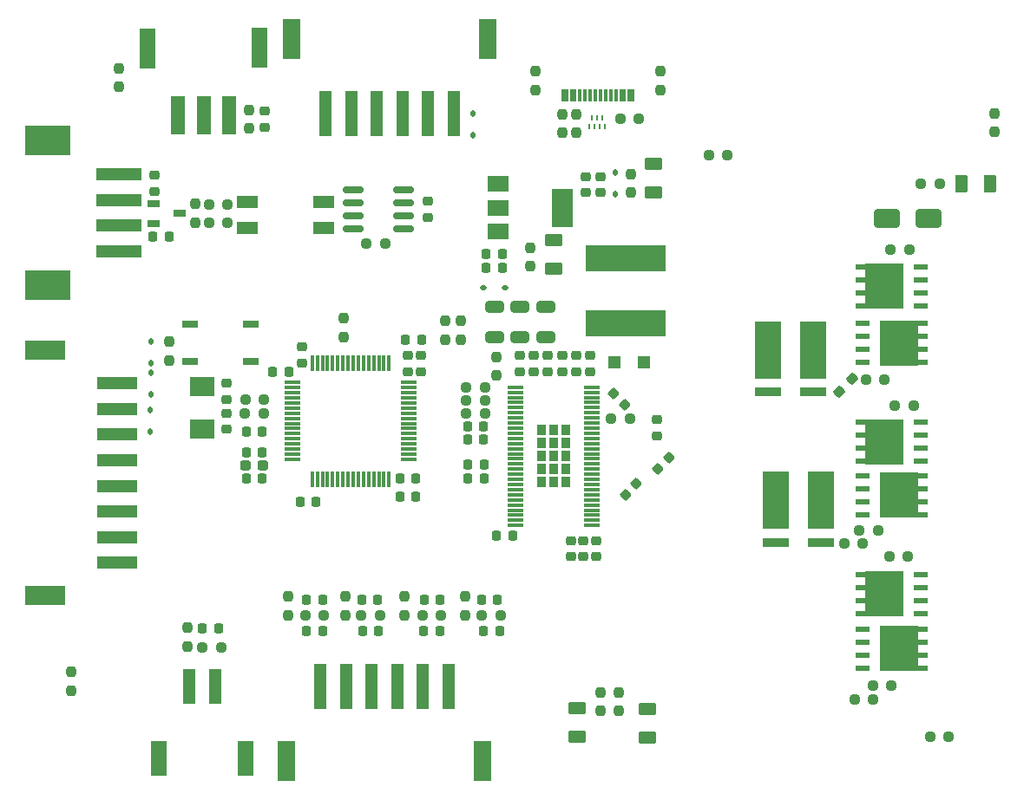
<source format=gtp>
G04 #@! TF.GenerationSoftware,KiCad,Pcbnew,8.0.0*
G04 #@! TF.CreationDate,2024-03-03T14:20:45-08:00*
G04 #@! TF.ProjectId,BLDC_Motor Controller,424c4443-5f4d-46f7-946f-7220436f6e74,rev01_1*
G04 #@! TF.SameCoordinates,Original*
G04 #@! TF.FileFunction,Paste,Top*
G04 #@! TF.FilePolarity,Positive*
%FSLAX46Y46*%
G04 Gerber Fmt 4.6, Leading zero omitted, Abs format (unit mm)*
G04 Created by KiCad (PCBNEW 8.0.0) date 2024-03-03 14:20:45*
%MOMM*%
%LPD*%
G01*
G04 APERTURE LIST*
G04 Aperture macros list*
%AMRoundRect*
0 Rectangle with rounded corners*
0 $1 Rounding radius*
0 $2 $3 $4 $5 $6 $7 $8 $9 X,Y pos of 4 corners*
0 Add a 4 corners polygon primitive as box body*
4,1,4,$2,$3,$4,$5,$6,$7,$8,$9,$2,$3,0*
0 Add four circle primitives for the rounded corners*
1,1,$1+$1,$2,$3*
1,1,$1+$1,$4,$5*
1,1,$1+$1,$6,$7*
1,1,$1+$1,$8,$9*
0 Add four rect primitives between the rounded corners*
20,1,$1+$1,$2,$3,$4,$5,0*
20,1,$1+$1,$4,$5,$6,$7,0*
20,1,$1+$1,$6,$7,$8,$9,0*
20,1,$1+$1,$8,$9,$2,$3,0*%
G04 Aperture macros list end*
%ADD10RoundRect,0.225000X0.017678X-0.335876X0.335876X-0.017678X-0.017678X0.335876X-0.335876X0.017678X0*%
%ADD11RoundRect,0.237500X-0.250000X-0.237500X0.250000X-0.237500X0.250000X0.237500X-0.250000X0.237500X0*%
%ADD12RoundRect,0.225000X0.225000X0.250000X-0.225000X0.250000X-0.225000X-0.250000X0.225000X-0.250000X0*%
%ADD13RoundRect,0.237500X0.250000X0.237500X-0.250000X0.237500X-0.250000X-0.237500X0.250000X-0.237500X0*%
%ADD14RoundRect,0.237500X0.237500X-0.250000X0.237500X0.250000X-0.237500X0.250000X-0.237500X-0.250000X0*%
%ADD15R,1.397003X0.609601*%
%ADD16R,3.810008X4.500000*%
%ADD17RoundRect,0.225000X-0.225000X-0.250000X0.225000X-0.250000X0.225000X0.250000X-0.225000X0.250000X0*%
%ADD18R,2.000000X1.200000*%
%ADD19RoundRect,0.225000X-0.250000X0.225000X-0.250000X-0.225000X0.250000X-0.225000X0.250000X0.225000X0*%
%ADD20R,4.500000X1.300000*%
%ADD21R,4.500000X3.000000*%
%ADD22R,1.200000X1.200000*%
%ADD23RoundRect,0.112500X-0.112500X0.187500X-0.112500X-0.187500X0.112500X-0.187500X0.112500X0.187500X0*%
%ADD24RoundRect,0.250000X0.625000X-0.375000X0.625000X0.375000X-0.625000X0.375000X-0.625000X-0.375000X0*%
%ADD25R,1.399543X3.800000*%
%ADD26R,1.600000X4.000000*%
%ADD27RoundRect,0.225000X0.250000X-0.225000X0.250000X0.225000X-0.250000X0.225000X-0.250000X-0.225000X0*%
%ADD28R,1.220000X0.650000*%
%ADD29RoundRect,0.237500X-0.237500X0.250000X-0.237500X-0.250000X0.237500X-0.250000X0.237500X0.250000X0*%
%ADD30R,2.600000X5.600000*%
%ADD31R,2.600000X0.900000*%
%ADD32R,2.400000X1.900000*%
%ADD33RoundRect,0.250000X-0.625000X0.375000X-0.625000X-0.375000X0.625000X-0.375000X0.625000X0.375000X0*%
%ADD34RoundRect,0.112500X0.112500X-0.187500X0.112500X0.187500X-0.112500X0.187500X-0.112500X-0.187500X0*%
%ADD35RoundRect,0.250000X1.000000X0.650000X-1.000000X0.650000X-1.000000X-0.650000X1.000000X-0.650000X0*%
%ADD36RoundRect,0.250000X0.375000X0.625000X-0.375000X0.625000X-0.375000X-0.625000X0.375000X-0.625000X0*%
%ADD37R,1.580010X0.800000*%
%ADD38R,0.960000X1.030000*%
%ADD39R,1.550000X0.300000*%
%ADD40RoundRect,0.237500X-0.008839X-0.344715X0.344715X0.008839X0.008839X0.344715X-0.344715X-0.008839X0*%
%ADD41R,0.300000X1.300000*%
%ADD42R,2.000000X1.500000*%
%ADD43R,2.000000X3.800000*%
%ADD44RoundRect,0.075000X-0.700000X-0.075000X0.700000X-0.075000X0.700000X0.075000X-0.700000X0.075000X0*%
%ADD45RoundRect,0.075000X-0.075000X-0.700000X0.075000X-0.700000X0.075000X0.700000X-0.075000X0.700000X0*%
%ADD46R,7.800025X2.600000*%
%ADD47RoundRect,0.150000X0.825000X0.150000X-0.825000X0.150000X-0.825000X-0.150000X0.825000X-0.150000X0*%
%ADD48RoundRect,0.250000X0.650000X-0.325000X0.650000X0.325000X-0.650000X0.325000X-0.650000X-0.325000X0*%
%ADD49R,0.250013X0.529997*%
%ADD50R,1.300000X4.500000*%
%ADD51R,1.800000X3.900000*%
%ADD52RoundRect,0.225000X-0.335876X-0.017678X-0.017678X-0.335876X0.335876X0.017678X0.017678X0.335876X0*%
%ADD53RoundRect,0.237500X0.287500X0.237500X-0.287500X0.237500X-0.287500X-0.237500X0.287500X-0.237500X0*%
%ADD54R,1.200000X3.500000*%
%ADD55R,1.500000X3.400000*%
%ADD56RoundRect,0.112500X-0.187500X-0.112500X0.187500X-0.112500X0.187500X0.112500X-0.187500X0.112500X0*%
%ADD57R,4.000000X1.300000*%
%ADD58R,4.000000X1.900000*%
G04 APERTURE END LIST*
D10*
X219415992Y-145836008D03*
X220512008Y-144739992D03*
D11*
X241784500Y-165862000D03*
X243609500Y-165862000D03*
D10*
X222590992Y-143296008D03*
X223687008Y-142199992D03*
D12*
X201327979Y-156116195D03*
X199777979Y-156116195D03*
X189243000Y-146558000D03*
X187693000Y-146558000D03*
D13*
X244076500Y-149308000D03*
X242251500Y-149308000D03*
D11*
X218924500Y-109093000D03*
X220749500Y-109093000D03*
D13*
X205722500Y-136608000D03*
X203897500Y-136608000D03*
D14*
X222855491Y-106322500D03*
X222855491Y-104497500D03*
D15*
X242605189Y-129114971D03*
X242605189Y-130384973D03*
X242605189Y-131654976D03*
X242605189Y-132924978D03*
X248244000Y-132924978D03*
X248244000Y-131654976D03*
X248244000Y-130384973D03*
X248244000Y-129114971D03*
D16*
X246135796Y-131019975D03*
D17*
X199758000Y-159131000D03*
X201308000Y-159131000D03*
D18*
X182499000Y-117220994D03*
X182499000Y-119761000D03*
X189999128Y-119761000D03*
X189999128Y-117220994D03*
D19*
X209128000Y-132277000D03*
X209128000Y-133827000D03*
D20*
X170040000Y-114569987D03*
X170040000Y-117069987D03*
X170040000Y-119570013D03*
X170040000Y-122070013D03*
D21*
X163040000Y-125420076D03*
X163040000Y-111219924D03*
D22*
X221196000Y-132883432D03*
X218396000Y-132883432D03*
D23*
X173101000Y-130903000D03*
X173101000Y-133003000D03*
D24*
X214716000Y-169504000D03*
X214716000Y-166704000D03*
D14*
X255459543Y-110417337D03*
X255459543Y-108592337D03*
D25*
X175778038Y-108785611D03*
X178277911Y-108785103D03*
X180778038Y-108785103D03*
D26*
X183728000Y-102219190D03*
X172828076Y-102228588D03*
D27*
X216535000Y-151905000D03*
X216535000Y-150355000D03*
D11*
X178792500Y-117475000D03*
X180617500Y-117475000D03*
D28*
X173355000Y-117430676D03*
X173355000Y-119330676D03*
X175975000Y-118380676D03*
D19*
X214623012Y-132277000D03*
X214623012Y-133827000D03*
D14*
X203813072Y-157630500D03*
X203813072Y-155805500D03*
D12*
X206928038Y-156116195D03*
X205378038Y-156116195D03*
D29*
X213282794Y-108688500D03*
X213282794Y-110513500D03*
D17*
X204076000Y-144272000D03*
X205626000Y-144272000D03*
D30*
X234119972Y-146389567D03*
D31*
X234119972Y-150483547D03*
D30*
X238519768Y-146389567D03*
D31*
X238519768Y-150483547D03*
D13*
X207241523Y-157607000D03*
X205416523Y-157607000D03*
D32*
X178139797Y-139420051D03*
X178139797Y-135319975D03*
D13*
X229385500Y-112649000D03*
X227560500Y-112649000D03*
X195984500Y-121285000D03*
X194159500Y-121285000D03*
D11*
X245172500Y-151892000D03*
X246997500Y-151892000D03*
D13*
X245387500Y-164465000D03*
X243562500Y-164465000D03*
D17*
X188315000Y-159131000D03*
X189865000Y-159131000D03*
D14*
X174879000Y-132738500D03*
X174879000Y-130913500D03*
D33*
X212430000Y-120984000D03*
X212430000Y-123784000D03*
D14*
X201803000Y-130706500D03*
X201803000Y-128881500D03*
D34*
X173060000Y-139690000D03*
X173060000Y-137590000D03*
D12*
X183995000Y-141732000D03*
X182445000Y-141732000D03*
D15*
X248244000Y-142577029D03*
X248244000Y-141307027D03*
X248244000Y-140037024D03*
X248244000Y-138767022D03*
X242605189Y-138767022D03*
X242605189Y-140037024D03*
X242605189Y-141307027D03*
X242605189Y-142577029D03*
D16*
X244713393Y-140672025D03*
D11*
X248261500Y-115443000D03*
X250086500Y-115443000D03*
D14*
X218780000Y-166984500D03*
X218780000Y-165159500D03*
D35*
X248974000Y-118872000D03*
X244974000Y-118872000D03*
D36*
X255019000Y-115443000D03*
X252219000Y-115443000D03*
D11*
X240768500Y-150622000D03*
X242593500Y-150622000D03*
X182307500Y-137878000D03*
X184132500Y-137878000D03*
D29*
X191897000Y-128627500D03*
X191897000Y-130452500D03*
D37*
X176918000Y-129170114D03*
X182918000Y-129170114D03*
X176918000Y-132869886D03*
X182918000Y-132869886D03*
D11*
X245299500Y-121876000D03*
X247124500Y-121876000D03*
D19*
X180467000Y-134988000D03*
X180467000Y-136538000D03*
D38*
X211212457Y-139560104D03*
X211212457Y-140830104D03*
X211212457Y-142100104D03*
X211212457Y-143370104D03*
X211212457Y-144640104D03*
X212415857Y-139560104D03*
X212415857Y-140830104D03*
X212415857Y-142100104D03*
X212415857Y-143370104D03*
X212415857Y-144640104D03*
X213619257Y-139560104D03*
X213619257Y-140830104D03*
X213619257Y-142100104D03*
X213619257Y-143370104D03*
X213619257Y-144640104D03*
D39*
X208665857Y-135350104D03*
X208665857Y-135850104D03*
X208665857Y-136350104D03*
X208665857Y-136850104D03*
X208665857Y-137350104D03*
X208665857Y-137850104D03*
X208665857Y-138350104D03*
X208665857Y-138850104D03*
X208665857Y-139350104D03*
X208665857Y-139850104D03*
X208665857Y-140350104D03*
X208665857Y-140850104D03*
X208665857Y-141350104D03*
X208665857Y-141850104D03*
X208665857Y-142350104D03*
X208665857Y-142850104D03*
X208665857Y-143350104D03*
X208665857Y-143850104D03*
X208665857Y-144350104D03*
X208665857Y-144850104D03*
X208665857Y-145350104D03*
X208665857Y-145850104D03*
X208665857Y-146350104D03*
X208665857Y-146850104D03*
X208665857Y-147350104D03*
X208665857Y-147850104D03*
X208665857Y-148350104D03*
X208665857Y-148850104D03*
X216165857Y-148850104D03*
X216165857Y-148350104D03*
X216165857Y-147850104D03*
X216165857Y-147350104D03*
X216165857Y-146850104D03*
X216165857Y-146350104D03*
X216165857Y-145850104D03*
X216165857Y-145350104D03*
X216165857Y-144850104D03*
X216165857Y-144350104D03*
X216165857Y-143850104D03*
X216165857Y-143350104D03*
X216165857Y-142850104D03*
X216165857Y-142350104D03*
X216165857Y-141850104D03*
X216165857Y-141350104D03*
X216165857Y-140850104D03*
X216165857Y-140350104D03*
X216165857Y-139850104D03*
X216165857Y-139350104D03*
X216165857Y-138850104D03*
X216165857Y-138350104D03*
X216165857Y-137850104D03*
X216165857Y-137350104D03*
X216165857Y-136850104D03*
X216165857Y-136350104D03*
X216165857Y-135850104D03*
X216165857Y-135350104D03*
D27*
X215315876Y-151905000D03*
X215315876Y-150355000D03*
D40*
X240273765Y-135773235D03*
X241564235Y-134482765D03*
D14*
X192097336Y-157630500D03*
X192097336Y-155805500D03*
D15*
X248244000Y-127381266D03*
X248244000Y-126111264D03*
X248244000Y-124841261D03*
X248244000Y-123571259D03*
X242605189Y-123571259D03*
X242605189Y-124841261D03*
X242605189Y-126111264D03*
X242605189Y-127381266D03*
D16*
X244713393Y-125476262D03*
D17*
X204035000Y-139148000D03*
X205585000Y-139148000D03*
X173342000Y-120650000D03*
X174892000Y-120650000D03*
D11*
X203897500Y-137878000D03*
X205722500Y-137878000D03*
D14*
X210687440Y-106322500D03*
X210687440Y-104497500D03*
D15*
X242605189Y-158960000D03*
X242605189Y-160230002D03*
X242605189Y-161500005D03*
X242605189Y-162770007D03*
X248244000Y-162770007D03*
X248244000Y-161500005D03*
X248244000Y-160230002D03*
X248244000Y-158960000D03*
D16*
X246135796Y-160865004D03*
D41*
X220099029Y-106864100D03*
X219298927Y-106864100D03*
X217998953Y-106864100D03*
X216998953Y-106864100D03*
X216499080Y-106864100D03*
X215499334Y-106864100D03*
X214198851Y-106864100D03*
X213399003Y-106864100D03*
X213698978Y-106864100D03*
X214499080Y-106864100D03*
X214998953Y-106864100D03*
X215998953Y-106864100D03*
X217499080Y-106864100D03*
X218499080Y-106864100D03*
X218998953Y-106864100D03*
X219799054Y-106864100D03*
D27*
X214118269Y-151905000D03*
X214118269Y-150355000D03*
X215519000Y-116345000D03*
X215519000Y-114795000D03*
D14*
X203327000Y-130706500D03*
X203327000Y-128881500D03*
D12*
X195235500Y-156116195D03*
X193685500Y-156116195D03*
D27*
X217013000Y-116332000D03*
X217013000Y-114782000D03*
X173482000Y-116218000D03*
X173482000Y-114668000D03*
D29*
X176657000Y-158853500D03*
X176657000Y-160678500D03*
D15*
X248244000Y-157436000D03*
X248244000Y-156165998D03*
X248244000Y-154895995D03*
X248244000Y-153625993D03*
X242605189Y-153625993D03*
X242605189Y-154895995D03*
X242605189Y-156165998D03*
X242605189Y-157436000D03*
D16*
X244713393Y-155530996D03*
D29*
X210144000Y-121725500D03*
X210144000Y-123550500D03*
D11*
X218035500Y-138430000D03*
X219860500Y-138430000D03*
D42*
X206994000Y-115512000D03*
X206994000Y-117812000D03*
D43*
X213294000Y-117812000D03*
D42*
X206994000Y-120112000D03*
D12*
X183995000Y-139656000D03*
X182445000Y-139656000D03*
D11*
X182348500Y-136525000D03*
X184173500Y-136525000D03*
D24*
X221574000Y-169548000D03*
X221574000Y-166748000D03*
D44*
X186943000Y-134890000D03*
X186943000Y-135390000D03*
X186943000Y-135890000D03*
X186943000Y-136390000D03*
X186943000Y-136890000D03*
X186943000Y-137390000D03*
X186943000Y-137890000D03*
X186943000Y-138390000D03*
X186943000Y-138890000D03*
X186943000Y-139390000D03*
X186943000Y-139890000D03*
X186943000Y-140390000D03*
X186943000Y-140890000D03*
X186943000Y-141390000D03*
X186943000Y-141890000D03*
X186943000Y-142390000D03*
D45*
X188868000Y-144315000D03*
X189368000Y-144315000D03*
X189868000Y-144315000D03*
X190368000Y-144315000D03*
X190868000Y-144315000D03*
X191368000Y-144315000D03*
X191868000Y-144315000D03*
X192368000Y-144315000D03*
X192868000Y-144315000D03*
X193368000Y-144315000D03*
X193868000Y-144315000D03*
X194368000Y-144315000D03*
X194868000Y-144315000D03*
X195368000Y-144315000D03*
X195868000Y-144315000D03*
X196368000Y-144315000D03*
D44*
X198293000Y-142390000D03*
X198293000Y-141890000D03*
X198293000Y-141390000D03*
X198293000Y-140890000D03*
X198293000Y-140390000D03*
X198293000Y-139890000D03*
X198293000Y-139390000D03*
X198293000Y-138890000D03*
X198293000Y-138390000D03*
X198293000Y-137890000D03*
X198293000Y-137390000D03*
X198293000Y-136890000D03*
X198293000Y-136390000D03*
X198293000Y-135890000D03*
X198293000Y-135390000D03*
X198293000Y-134890000D03*
D45*
X196368000Y-132965000D03*
X195868000Y-132965000D03*
X195368000Y-132965000D03*
X194868000Y-132965000D03*
X194368000Y-132965000D03*
X193868000Y-132965000D03*
X193368000Y-132965000D03*
X192868000Y-132965000D03*
X192368000Y-132965000D03*
X191868000Y-132965000D03*
X191368000Y-132965000D03*
X190868000Y-132965000D03*
X190368000Y-132965000D03*
X189868000Y-132965000D03*
X189368000Y-132965000D03*
X188868000Y-132965000D03*
D29*
X214630000Y-108688500D03*
X214630000Y-110513500D03*
D11*
X249150500Y-169531337D03*
X250975500Y-169531337D03*
D46*
X219439898Y-129139898D03*
X219439898Y-122740102D03*
D19*
X200152000Y-117208000D03*
X200152000Y-118758000D03*
D27*
X187833000Y-132982000D03*
X187833000Y-131432000D03*
D17*
X197980000Y-130683000D03*
X199530000Y-130683000D03*
D12*
X189878000Y-156083000D03*
X188328000Y-156083000D03*
D27*
X198206000Y-133827000D03*
X198206000Y-132277000D03*
X199476000Y-133827000D03*
X199476000Y-132277000D03*
D14*
X197847576Y-157630500D03*
X197847576Y-155805500D03*
D19*
X213249259Y-132277000D03*
X213249259Y-133827000D03*
D47*
X197801000Y-119888000D03*
X197801000Y-118618000D03*
X197801000Y-117348000D03*
X197801000Y-116078000D03*
X192851000Y-116078000D03*
X192851000Y-117348000D03*
X192851000Y-118618000D03*
X192851000Y-119888000D03*
D29*
X206842000Y-132393500D03*
X206842000Y-134218500D03*
D23*
X218440000Y-114393000D03*
X218440000Y-116493000D03*
D11*
X178792500Y-119253000D03*
X180617500Y-119253000D03*
D29*
X177419000Y-117451500D03*
X177419000Y-119276500D03*
D13*
X244711500Y-134576000D03*
X242886500Y-134576000D03*
D34*
X173101000Y-136051000D03*
X173101000Y-133951000D03*
D27*
X180467000Y-139466684D03*
X180467000Y-137916684D03*
D29*
X182712000Y-108263500D03*
X182712000Y-110088500D03*
X219964000Y-114530500D03*
X219964000Y-116355500D03*
D30*
X233344102Y-131703487D03*
D31*
X233344102Y-135797467D03*
D30*
X237743898Y-131703487D03*
D31*
X237743898Y-135797467D03*
D48*
X211668000Y-130463000D03*
X211668000Y-127513000D03*
D11*
X178157500Y-160782000D03*
X179982500Y-160782000D03*
D13*
X190015500Y-157607000D03*
X188190500Y-157607000D03*
D12*
X183995000Y-144272000D03*
X182445000Y-144272000D03*
D49*
X215911936Y-109924089D03*
X216412064Y-109924089D03*
X216911936Y-109924089D03*
X217412064Y-109924089D03*
X217162127Y-109024064D03*
X216662000Y-109024064D03*
X216162127Y-109024064D03*
D29*
X165354000Y-163171500D03*
X165354000Y-164996500D03*
D17*
X204076000Y-142875000D03*
X205626000Y-142875000D03*
X193789000Y-159131000D03*
X195339000Y-159131000D03*
D50*
X189674978Y-164560005D03*
X192174978Y-164560005D03*
X194675004Y-164560005D03*
X197175004Y-164560005D03*
X199675004Y-164560005D03*
X202175004Y-164560005D03*
D51*
X205474877Y-171860107D03*
X186375055Y-171860107D03*
D17*
X204035000Y-140418000D03*
X205585000Y-140418000D03*
D48*
X209158000Y-130463000D03*
X209158000Y-127513000D03*
D19*
X215996765Y-132277000D03*
X215996765Y-133827000D03*
D33*
X222123000Y-113535000D03*
X222123000Y-116335000D03*
D12*
X208420000Y-149816000D03*
X206870000Y-149816000D03*
X186576000Y-133858000D03*
X185026000Y-133858000D03*
D52*
X218272992Y-135976992D03*
X219369008Y-137073008D03*
D13*
X201431524Y-157607000D03*
X199606524Y-157607000D03*
D19*
X210501753Y-132277000D03*
X210501753Y-133827000D03*
D34*
X204556000Y-110734000D03*
X204556000Y-108634000D03*
D53*
X184095000Y-143002000D03*
X182345000Y-143002000D03*
D54*
X176890013Y-164588504D03*
X179389886Y-164588504D03*
D55*
X182340102Y-171638542D03*
X173940051Y-171638542D03*
D14*
X186550000Y-157630500D03*
X186550000Y-155805500D03*
D27*
X222504000Y-140094000D03*
X222504000Y-138544000D03*
D14*
X217002000Y-166984500D03*
X217002000Y-165159500D03*
D17*
X205854000Y-123698000D03*
X207404000Y-123698000D03*
D48*
X206648000Y-130463000D03*
X206648000Y-127513000D03*
D14*
X170012000Y-106024500D03*
X170012000Y-104199500D03*
D13*
X195489500Y-157607000D03*
X193664500Y-157607000D03*
D11*
X245721500Y-137160000D03*
X247546500Y-137160000D03*
D17*
X197431000Y-146006000D03*
X198981000Y-146006000D03*
X197417042Y-144272000D03*
X198967042Y-144272000D03*
D56*
X205579000Y-125603000D03*
X207679000Y-125603000D03*
D19*
X211875506Y-132277000D03*
X211875506Y-133827000D03*
D27*
X184236000Y-109951000D03*
X184236000Y-108401000D03*
D15*
X242605189Y-143974000D03*
X242605189Y-145244002D03*
X242605189Y-146514005D03*
X242605189Y-147784007D03*
X248244000Y-147784007D03*
X248244000Y-146514005D03*
X248244000Y-145244002D03*
X248244000Y-143974000D03*
D16*
X246135796Y-145879004D03*
D17*
X178168000Y-158877000D03*
X179718000Y-158877000D03*
D57*
X169840025Y-134980325D03*
X169840025Y-137480452D03*
X169840025Y-139980325D03*
X169840025Y-142480452D03*
X169840025Y-144980325D03*
X169840025Y-147480452D03*
X169840025Y-149980325D03*
X169840025Y-152480452D03*
D58*
X162840025Y-155730389D03*
X162840025Y-131730389D03*
D11*
X203897500Y-135338000D03*
X205722500Y-135338000D03*
D17*
X205854000Y-122301000D03*
X207404000Y-122301000D03*
D50*
X202673022Y-108655995D03*
X200173022Y-108655995D03*
X197672996Y-108655995D03*
X195172996Y-108655995D03*
X192672996Y-108655995D03*
X190172996Y-108655995D03*
D51*
X186873123Y-101355893D03*
X205972945Y-101355893D03*
D17*
X205600000Y-159131000D03*
X207150000Y-159131000D03*
M02*

</source>
